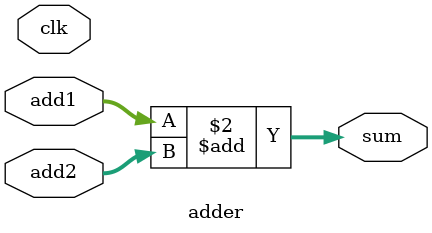
<source format=v>
module MUL_tb;
reg clk, start;
reg [15:0] data_in;
wire done;
control c1(lda, ldp, ldb, clrp, decb, done, eqz, start, clk);
datapath d1(eqz, lda, ldp, ldb, clrp, decb, clk, data_in);

initial begin
    clk = 0;
    #3 start = 1;
    #500 $finish;
end
always #5 clk = ~clk;

initial begin
    #17 data_in = 17;
    #10 data_in = 5;
end
initial begin
    $monitor($time,"%d  %b",d1.P, done);
    $dumpfile("MUL.vcd");
    $dumpvars(0, MUL_tb);
end

endmodule

module control(output reg lda,ldp,ldb,clrp,decb,done, input eqz,start,clk);
reg [2:0] state;
parameter S0 = 3'b000, S1 = 3'b001, S2 = 3'b010, S3 = 3'b011, S4 = 3'b100,S5= 3'b101;

always @(posedge clk) begin
    case (state)
        S0: if(start) state <= S1;
        S1: state <= S2;
        S2: state <= S3;
        S3: #2 if(eqz) state<=S4;
        S4: state <= S4;
        default: state <= S0;
    endcase
end

always @(state) begin
    case (state)
        S0: begin
            #1 lda = 0; ldp = 0; ldb = 0; clrp = 0; decb = 0; done = 0;
        end
        S1: begin
            #1 lda = 1;
        end
        S2: begin
            #1 lda =0; ldb = 1; clrp = 1;
        end
        S3: begin
            #1 ldp = 1; ldb = 0; clrp = 0; decb = 1;
        end
        S4: begin
            #1 done = 1; ldp = 0; ldb = 0; clrp = 0; decb = 0;
        end
    endcase
end
endmodule

module datapath(output eqz, input lda,ldp,ldb,clrp,decb,clk, input[15:0] data_in);
wire [15:0] A,B,P,Y;

pipo p1(.dout(A),.din(data_in),.ld(lda),.clr(1'b0),.clk(clk));
pipo p2(.dout(P),.din(Y),.ld(ldp),.clr(clrp),.clk(clk));
cntr c1(.dout(B),.din(data_in),.ld(ldb),.dec(decb),.clk(clk));
equ e1(.eqz(eqz),.din(B));
adder a1(.sum(Y),.add1(A),.add2(P));

endmodule

module pipo(output reg [15:0] dout, input [15:0] din, input ld, clr, clk);
always @(posedge clk or posedge clr)
    if (clr)
        dout <= 16'b0;
    else if (ld)
        dout <= din;
endmodule

module cntr(output reg [15:0] dout, input [15:0] din, input ld, dec, clk);
always @(posedge clk)
    if (ld)
        dout <= din;
    else if (dec)
        dout <= dout - 1;
endmodule

module equ(output eqz, input [15:0] din);
assign eqz = (din == 16'b0);
endmodule

module adder(output reg[15:0] sum, input [15:0] add1, add2, input clk);
always @(*)
    sum <= add1 + add2;
endmodule
</source>
